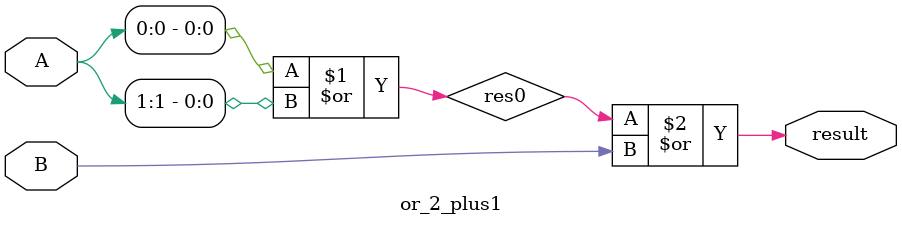
<source format=v>
module or_2_plus1 (
input [1:0]A,
input B,
output result
);

wire res0;

assign res0=A[0]|A[1];
assign result=res0|B;

endmodule

</source>
